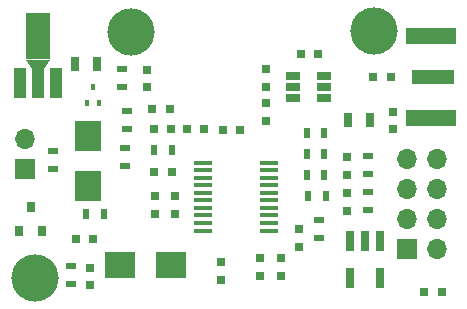
<source format=gbr>
G04 #@! TF.FileFunction,Soldermask,Top*
%FSLAX46Y46*%
G04 Gerber Fmt 4.6, Leading zero omitted, Abs format (unit mm)*
G04 Created by KiCad (PCBNEW 4.0.7) date Thursday, November 02, 2017 'PMt' 10:29:49 PM*
%MOMM*%
%LPD*%
G01*
G04 APERTURE LIST*
%ADD10C,0.100000*%
%ADD11R,0.500000X0.900000*%
%ADD12R,1.524000X0.380000*%
%ADD13R,0.700000X1.300000*%
%ADD14R,0.750000X0.800000*%
%ADD15R,1.000760X2.501900*%
%ADD16R,1.998980X4.000500*%
%ADD17R,0.400000X0.510000*%
%ADD18R,0.800000X0.750000*%
%ADD19R,0.900000X0.500000*%
%ADD20R,1.220000X0.650000*%
%ADD21R,0.762000X1.651000*%
%ADD22C,4.000000*%
%ADD23R,2.500000X2.300000*%
%ADD24R,2.300000X2.500000*%
%ADD25R,0.800000X0.900000*%
%ADD26R,1.700000X1.700000*%
%ADD27O,1.700000X1.700000*%
%ADD28R,4.200000X1.350000*%
%ADD29R,3.600000X1.270000*%
G04 APERTURE END LIST*
D10*
D11*
X155309000Y-100330000D03*
X153809000Y-100330000D03*
D12*
X145033000Y-101028500D03*
X150623000Y-101028500D03*
X145033000Y-101668500D03*
X150623000Y-101668500D03*
X145033000Y-102308500D03*
X150623000Y-102308500D03*
X145033000Y-102948500D03*
X150623000Y-102948500D03*
X145033000Y-103588500D03*
X150623000Y-103588500D03*
X145033000Y-104228500D03*
X150623000Y-104228500D03*
X145033000Y-104868500D03*
X150623000Y-104868500D03*
X145033000Y-105508500D03*
X150623000Y-105508500D03*
X145033000Y-106148500D03*
X150623000Y-106148500D03*
X145033000Y-106788500D03*
X150623000Y-106788500D03*
D13*
X136078000Y-92710000D03*
X134178000Y-92710000D03*
D14*
X140271500Y-94666500D03*
X140271500Y-93166500D03*
D15*
X129562860Y-94300040D03*
X131064000Y-94300040D03*
X132565140Y-94300040D03*
D16*
X131064000Y-90347800D03*
D10*
G36*
X132064760Y-92322650D02*
X131564380Y-93071950D01*
X130563620Y-93071950D01*
X130063240Y-92322650D01*
X132064760Y-92322650D01*
X132064760Y-92322650D01*
G37*
D17*
X135199500Y-95963500D03*
X136199500Y-95963500D03*
X135699500Y-94663500D03*
D18*
X142367000Y-101854000D03*
X140867000Y-101854000D03*
D14*
X157226000Y-102096000D03*
X157226000Y-100596000D03*
X140970000Y-103898000D03*
X140970000Y-105398000D03*
X142621000Y-103898000D03*
X142621000Y-105398000D03*
X157226000Y-105144000D03*
X157226000Y-103644000D03*
X153162000Y-106692000D03*
X153162000Y-108192000D03*
X151638000Y-109105000D03*
X151638000Y-110605000D03*
X146558000Y-109486000D03*
X146558000Y-110986000D03*
X149860000Y-109105000D03*
X149860000Y-110605000D03*
X150368000Y-97524000D03*
X150368000Y-96024000D03*
X150368000Y-94603000D03*
X150368000Y-93103000D03*
D18*
X160960500Y-93789500D03*
X159460500Y-93789500D03*
X153301000Y-91821000D03*
X154801000Y-91821000D03*
X142355000Y-98171000D03*
X140855000Y-98171000D03*
X140728000Y-96520000D03*
X142228000Y-96520000D03*
X148197000Y-98298000D03*
X146697000Y-98298000D03*
X143649000Y-98171000D03*
X145149000Y-98171000D03*
D19*
X138557000Y-96659000D03*
X138557000Y-98159000D03*
D11*
X140867000Y-99949000D03*
X142367000Y-99949000D03*
X153809000Y-98552000D03*
X155309000Y-98552000D03*
X153936000Y-103886000D03*
X155436000Y-103886000D03*
D19*
X154813000Y-105930000D03*
X154813000Y-107430000D03*
X159004000Y-100469000D03*
X159004000Y-101969000D03*
D11*
X155309000Y-102108000D03*
X153809000Y-102108000D03*
D19*
X159004000Y-103517000D03*
X159004000Y-105017000D03*
D13*
X157292000Y-97409000D03*
X159192000Y-97409000D03*
D19*
X138430000Y-99834000D03*
X138430000Y-101334000D03*
D20*
X155234000Y-95565000D03*
X155234000Y-94615000D03*
X155234000Y-93665000D03*
X152614000Y-93665000D03*
X152614000Y-94615000D03*
X152614000Y-95565000D03*
D21*
X160020000Y-110807500D03*
X160020000Y-107632500D03*
X158750000Y-107632500D03*
X157480000Y-110807500D03*
X157480000Y-107632500D03*
D19*
X138176000Y-94603000D03*
X138176000Y-93103000D03*
D22*
X138976100Y-89979500D03*
X130784600Y-110807500D03*
X159486600Y-89916000D03*
D18*
X134251000Y-107505500D03*
X135751000Y-107505500D03*
D23*
X142294500Y-109664500D03*
X137994500Y-109664500D03*
D24*
X135318500Y-103051500D03*
X135318500Y-98751500D03*
D25*
X129479000Y-106791000D03*
X131379000Y-106791000D03*
X130429000Y-104791000D03*
D19*
X133858000Y-111303500D03*
X133858000Y-109803500D03*
D18*
X163778500Y-111950500D03*
X165278500Y-111950500D03*
D14*
X161099500Y-98222500D03*
X161099500Y-96722500D03*
X135445500Y-111430500D03*
X135445500Y-109930500D03*
D26*
X162306000Y-108331000D03*
D27*
X164846000Y-108331000D03*
X162306000Y-105791000D03*
X164846000Y-105791000D03*
X162306000Y-103251000D03*
X164846000Y-103251000D03*
X162306000Y-100711000D03*
X164846000Y-100711000D03*
D26*
X129984500Y-101600000D03*
D27*
X129984500Y-99060000D03*
D19*
X132334000Y-101588000D03*
X132334000Y-100088000D03*
D28*
X164338000Y-90282000D03*
X164338000Y-97282000D03*
D29*
X164538000Y-93782000D03*
D28*
X164338000Y-97282000D03*
X164338000Y-90282000D03*
D11*
X136640000Y-105410000D03*
X135140000Y-105410000D03*
M02*

</source>
